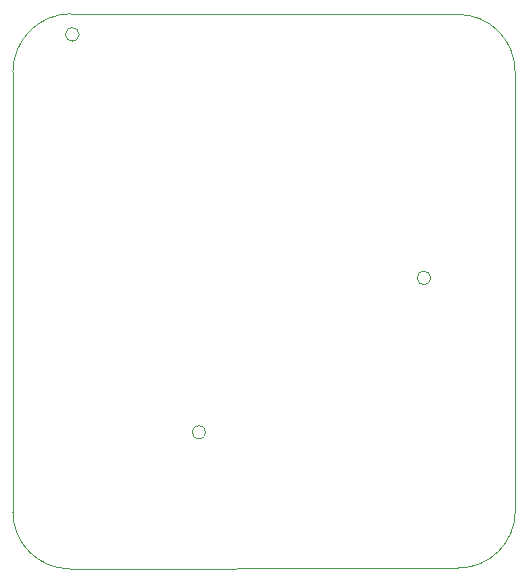
<source format=gbr>
%TF.GenerationSoftware,KiCad,Pcbnew,5.1.5+dfsg1-2build2*%
%TF.CreationDate,2022-07-17T21:36:19+12:00*%
%TF.ProjectId,automatic-plant-watering,6175746f-6d61-4746-9963-2d706c616e74,rev?*%
%TF.SameCoordinates,Original*%
%TF.FileFunction,Profile,NP*%
%FSLAX46Y46*%
G04 Gerber Fmt 4.6, Leading zero omitted, Abs format (unit mm)*
G04 Created by KiCad (PCBNEW 5.1.5+dfsg1-2build2) date 2022-07-17 21:36:19*
%MOMM*%
%LPD*%
G04 APERTURE LIST*
%TA.AperFunction,Profile*%
%ADD10C,0.050000*%
%TD*%
G04 APERTURE END LIST*
D10*
X234348020Y-101564440D02*
G75*
G03X234348020Y-101564440I-576000J0D01*
G01*
X245068780Y-135257540D02*
G75*
G03X245068780Y-135257540I-576000J0D01*
G01*
X264116240Y-122179080D02*
G75*
G03X264116240Y-122179080I-576000J0D01*
G01*
X266434000Y-99872000D02*
X261620000Y-99822000D01*
X266450000Y-146744400D02*
X261620000Y-146710400D01*
X266434000Y-99872000D02*
G75*
G02X271260000Y-104698000I0J-4826000D01*
G01*
X271260000Y-104698000D02*
X271276000Y-141918400D01*
X233565635Y-146812000D02*
X261620000Y-146710400D01*
X271276000Y-141918400D02*
G75*
G02X266450000Y-146744400I-4826000J0D01*
G01*
X228739635Y-104749600D02*
X228739635Y-141986000D01*
X233565635Y-146812000D02*
G75*
G02X228739635Y-141986000I0J4826000D01*
G01*
X261620000Y-99822000D02*
X233654600Y-99809300D01*
X228739635Y-104749600D02*
G75*
G02X233654600Y-99809300I4940365J0D01*
G01*
M02*

</source>
